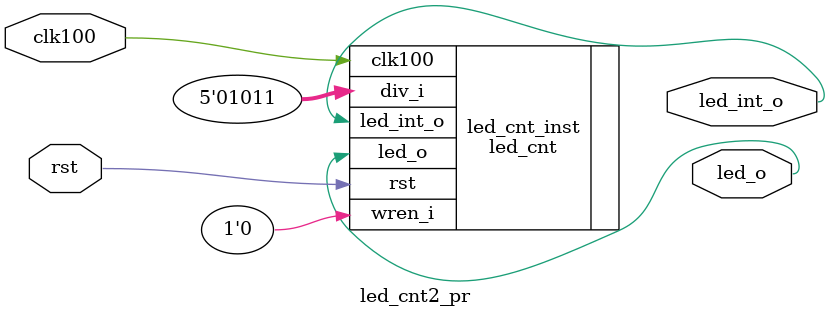
<source format=sv>

module led_cnt2_pr (
  input         rst,
  input         clk100,
  output        led_int_o,
  output        led_o
);
///////////////////////////////////////////////////////////////////////////////////////////////////

 led_cnt led_cnt_inst (
   .rst       (rst      ),
   .clk100    (clk100   ),
   .div_i     (5'hB     ),
   .wren_i    (1'b0     ),
   .led_int_o (led_int_o),
   .led_o     (led_o    )
 );

endmodule

</source>
